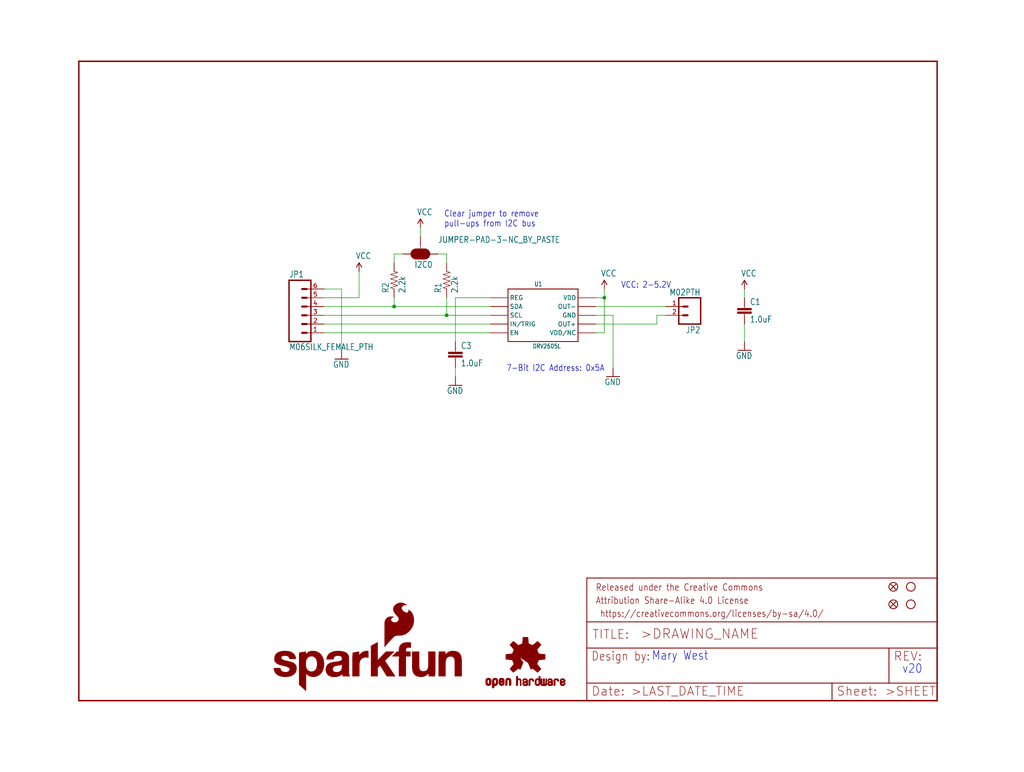
<source format=kicad_sch>
(kicad_sch (version 20211123) (generator eeschema)
  (paper "User" 297.002 223.926)
  (lib_symbols
    (symbol "eagleSchem-eagle-import:1.0UF-16V-10%(0402)"
      (property "Reference" "C" (at 1.524 2.921 0))
      (property "Value" "1.0UF-16V-10%(0402)" (at 1.524 -2.159 0))
      (symbol "1.0UF-16V-10%(0402)_1_0"
        (pin passive line (at 0 5.08 270) (length 2.54) (name "1") (number "1"))
        (pin passive line (at 0 -2.54 90) (length 2.54) (name "2") (number "2"))
      )
    )
    (symbol "eagleSchem-eagle-import:2.2KOHM-1{slash}10W-1%(0603)"
      (property "Reference" "R" (at -3.81 1.4986 0))
      (property "Value" "2.2KOHM-1{slash}10W-1%(0603)" (at -3.81 -3.302 0))
      (symbol "2.2KOHM-1{slash}10W-1%(0603)_1_0"
        (pin passive line (at -5.08 0 0) (length 2.54) (name "1") (number "1"))
        (pin passive line (at 5.08 0 180) (length 2.54) (name "2") (number "2"))
      )
    )
    (symbol "eagleSchem-eagle-import:DRV2605L"
      (property "Value" "DRV2605L" (at -3.048 -9.652 0))
      (symbol "DRV2605L_1_0"
        (pin bidirectional line (at -15.24 5.08 0) (length 5.08) (name "REG") (number "P$1"))
        (pin bidirectional line (at 15.24 5.08 180) (length 5.08) (name "VDD") (number "P$10"))
        (pin bidirectional line (at -15.24 0 0) (length 5.08) (name "SCL") (number "P$2"))
        (pin bidirectional line (at -15.24 2.54 0) (length 5.08) (name "SDA") (number "P$3"))
        (pin bidirectional line (at -15.24 -2.54 0) (length 5.08) (name "IN/TRIG") (number "P$4"))
        (pin bidirectional line (at -15.24 -5.08 0) (length 5.08) (name "EN") (number "P$5"))
        (pin bidirectional line (at 15.24 -5.08 180) (length 5.08) (name "VDD/NC") (number "P$6"))
        (pin bidirectional line (at 15.24 -2.54 180) (length 5.08) (name "OUT+") (number "P$7"))
        (pin bidirectional line (at 15.24 0 180) (length 5.08) (name "GND") (number "P$8"))
        (pin bidirectional line (at 15.24 2.54 180) (length 5.08) (name "OUT-") (number "P$9"))
      )
    )
    (symbol "eagleSchem-eagle-import:FIDUCIAL1X2")
    (symbol "eagleSchem-eagle-import:FRAME-LETTER"
      (symbol "FRAME-LETTER_2_0"
        (text " https://creativecommons.org/licenses/by-sa/4.0/" (at 2.54 24.13 0) (effects (font (size 1.9304 1.6408)) (justify left bottom)))
        (text ">DRAWING_NAME" (at 15.494 17.78 0) (effects (font (size 2.7432 2.7432)) (justify left bottom)))
        (text ">LAST_DATE_TIME" (at 12.7 1.27 0) (effects (font (size 2.54 2.54)) (justify left bottom)))
        (text ">SHEET" (at 86.36 1.27 0) (effects (font (size 2.54 2.54)) (justify left bottom)))
        (text "Attribution Share-Alike 4.0 License" (at 2.54 27.94 0) (effects (font (size 1.9304 1.6408)) (justify left bottom)))
        (text "Date:" (at 1.27 1.27 0) (effects (font (size 2.54 2.54)) (justify left bottom)))
        (text "Design by:" (at 1.27 11.43 0) (effects (font (size 2.54 2.159)) (justify left bottom)))
        (text "Released under the Creative Commons" (at 2.54 31.75 0) (effects (font (size 1.9304 1.6408)) (justify left bottom)))
        (text "REV:" (at 88.9 11.43 0) (effects (font (size 2.54 2.54)) (justify left bottom)))
        (text "Sheet:" (at 72.39 1.27 0) (effects (font (size 2.54 2.54)) (justify left bottom)))
        (text "TITLE:" (at 1.524 17.78 0) (effects (font (size 2.54 2.54)) (justify left bottom)))
      )
    )
    (symbol "eagleSchem-eagle-import:GND" (power)
      (property "Value" "GND" (at -2.54 -2.54 0))
      (symbol "GND_1_0"
        (pin power_in line (at 0 2.54 270) (length 2.54) (name "GND") (number "1"))
      )
    )
    (symbol "eagleSchem-eagle-import:JUMPER-PAD-3-NC_BY_PASTE"
      (property "Reference" "JP" (at 2.54 0.381 0))
      (property "Value" "JUMPER-PAD-3-NC_BY_PASTE" (at 2.54 -1.905 0))
      (symbol "JUMPER-PAD-3-NC_BY_PASTE_1_0"
        (pin passive line (at 0 5.08 270) (length 2.54) (name "1") (number "1"))
        (pin passive line (at -5.08 0 0) (length 2.54) (name "2") (number "2"))
        (pin passive line (at 0 -5.08 90) (length 2.54) (name "3") (number "3"))
      )
    )
    (symbol "eagleSchem-eagle-import:M02PTH"
      (property "Reference" "J" (at -2.54 5.842 0))
      (property "Value" "M02PTH" (at -2.54 -5.08 0))
      (symbol "M02PTH_1_0"
        (pin passive line (at 7.62 0 180) (length 5.08) (name "1") (number "1"))
        (pin passive line (at 7.62 2.54 180) (length 5.08) (name "2") (number "2"))
      )
    )
    (symbol "eagleSchem-eagle-import:M06SILK_FEMALE_PTH"
      (property "Reference" "J" (at -5.08 10.922 0))
      (property "Value" "M06SILK_FEMALE_PTH" (at -5.08 -10.16 0))
      (symbol "M06SILK_FEMALE_PTH_1_0"
        (pin passive line (at 5.08 -5.08 180) (length 5.08) (name "1") (number "1"))
        (pin passive line (at 5.08 -2.54 180) (length 5.08) (name "2") (number "2"))
        (pin passive line (at 5.08 0 180) (length 5.08) (name "3") (number "3"))
        (pin passive line (at 5.08 2.54 180) (length 5.08) (name "4") (number "4"))
        (pin passive line (at 5.08 5.08 180) (length 5.08) (name "5") (number "5"))
        (pin passive line (at 5.08 7.62 180) (length 5.08) (name "6") (number "6"))
      )
    )
    (symbol "eagleSchem-eagle-import:OSHW-LOGOS")
    (symbol "eagleSchem-eagle-import:SFE_LOGO_NAME_FLAME.1_INCH")
    (symbol "eagleSchem-eagle-import:STAND-OFF")
    (symbol "eagleSchem-eagle-import:VCC" (power)
      (property "Value" "VCC" (at -1.016 3.556 0))
      (symbol "VCC_1_0"
        (pin power_in line (at 0 0 90) (length 2.54) (name "VCC") (number "1"))
      )
    )
  )
  (junction (at 175.26 86.36))
  (junction (at 129.54 91.44))
  (junction (at 114.3 88.9))
  (wire (pts (xy 177.8 91.44) (xy 177.8 106.68)))
  (wire (pts (xy 129.54 73.66) (xy 129.54 76.2)))
  (wire (pts (xy 129.54 91.44) (xy 93.98 91.44)))
  (wire (pts (xy 190.5 93.98) (xy 190.5 91.44)))
  (wire (pts (xy 190.5 91.44) (xy 193.04 91.44)))
  (wire (pts (xy 172.72 91.44) (xy 177.8 91.44)))
  (wire (pts (xy 142.24 93.98) (xy 93.98 93.98)))
  (wire (pts (xy 132.08 109.22) (xy 132.08 106.68)))
  (wire (pts (xy 172.72 88.9) (xy 193.04 88.9)))
  (wire (pts (xy 172.72 96.52) (xy 175.26 96.52)))
  (wire (pts (xy 93.98 83.82) (xy 99.06 83.82)))
  (wire (pts (xy 114.3 73.66) (xy 114.3 76.2)))
  (wire (pts (xy 175.26 96.52) (xy 175.26 86.36)))
  (wire (pts (xy 116.84 73.66) (xy 114.3 73.66)))
  (wire (pts (xy 121.92 66.04) (xy 121.92 68.58)))
  (wire (pts (xy 172.72 86.36) (xy 175.26 86.36)))
  (wire (pts (xy 172.72 93.98) (xy 190.5 93.98)))
  (wire (pts (xy 129.54 86.36) (xy 129.54 91.44)))
  (wire (pts (xy 104.14 86.36) (xy 104.14 78.74)))
  (wire (pts (xy 127 73.66) (xy 129.54 73.66)))
  (wire (pts (xy 215.9 86.36) (xy 215.9 83.82)))
  (wire (pts (xy 93.98 86.36) (xy 104.14 86.36)))
  (wire (pts (xy 142.24 91.44) (xy 129.54 91.44)))
  (wire (pts (xy 142.24 86.36) (xy 132.08 86.36)))
  (wire (pts (xy 132.08 86.36) (xy 132.08 99.06)))
  (wire (pts (xy 114.3 88.9) (xy 93.98 88.9)))
  (wire (pts (xy 99.06 83.82) (xy 99.06 101.6)))
  (wire (pts (xy 142.24 96.52) (xy 93.98 96.52)))
  (wire (pts (xy 142.24 88.9) (xy 114.3 88.9)))
  (wire (pts (xy 175.26 86.36) (xy 175.26 83.82)))
  (wire (pts (xy 215.9 93.98) (xy 215.9 99.06)))
  (wire (pts (xy 114.3 86.36) (xy 114.3 88.9)))
  (text "Clear jumper to remove\npull-ups from I2C bus" (at 128.778 66.04 180) (effects (font (size 1.778 1.5113)) (justify left bottom)))
  (text "VCC: 2-5.2V" (at 180.086 83.82 180) (effects (font (size 1.778 1.5113)) (justify left bottom)))
  (text "v20" (at 261.62 195.58 180) (effects (font (size 2.54 2.159)) (justify left bottom)))
  (text "7-Bit I2C Address: 0x5A" (at 146.812 107.95 180) (effects (font (size 1.778 1.5113)) (justify left bottom)))
  (text "Mary West" (at 188.976 191.77 180) (effects (font (size 2.54 2.159)) (justify left bottom)))
  (symbol (lib_id "eagleSchem-eagle-import:FIDUCIAL1X2") (at 259.08 175.26 0) (unit 1)
    (property "Reference" "FID1" (effects hide))
    (property "Value" "FIDUCIAL1X2" (effects hide))
    (property "Footprint" "eagleSchem:FIDUCIAL-1X2" (effects hide))
  )
  (symbol (lib_id "eagleSchem-eagle-import:2.2KOHM-1{slash}10W-1%(0603)") (at 114.3 81.28 90) (unit 1)
    (property "Reference" "R2" (at 112.8014 85.09 0) (effects (font (size 1.778 1.5113)) (justify left bottom)))
    (property "Value" "2.2k" (at 117.602 85.09 0) (effects (font (size 1.778 1.5113)) (justify left bottom)))
    (property "Footprint" "eagleSchem:0603-RES" (effects hide))
  )
  (symbol (lib_id "eagleSchem-eagle-import:SFE_LOGO_NAME_FLAME.1_INCH") (at 78.74 200.66 0) (unit 1)
    (property "Reference" "LOGO4" (effects hide))
    (property "Value" "SFE_LOGO_NAME_FLAME.1_INCH" (effects hide))
    (property "Footprint" "eagleSchem:SFE_LOGO_NAME_FLAME_.1" (effects hide))
  )
  (symbol (lib_id "eagleSchem-eagle-import:FRAME-LETTER") (at 22.86 203.2 0) (unit 1)
    (property "Reference" "FRAME2" (effects hide))
    (property "Value" "FRAME-LETTER" (effects hide))
    (property "Footprint" "eagleSchem:CREATIVE_COMMONS" (effects hide))
  )
  (symbol (lib_id "eagleSchem-eagle-import:VCC") (at 215.9 83.82 0) (unit 1)
    (property "Reference" "#SUPPLY1" (effects hide))
    (property "Value" "VCC" (at 214.884 80.264 0) (effects (font (size 1.778 1.5113)) (justify left bottom)))
    (property "Footprint" "eagleSchem:" (effects hide))
  )
  (symbol (lib_id "eagleSchem-eagle-import:FRAME-LETTER") (at 170.18 203.2 0) (unit 2)
    (property "Reference" "FRAME2" (effects hide))
    (property "Value" "FRAME-LETTER" (effects hide))
    (property "Footprint" "eagleSchem:CREATIVE_COMMONS" (effects hide))
  )
  (symbol (lib_id "eagleSchem-eagle-import:STAND-OFF") (at 264.16 170.18 0) (unit 1)
    (property "Reference" "STANDOFF1" (effects hide))
    (property "Value" "STAND-OFF" (effects hide))
    (property "Footprint" "eagleSchem:STAND-OFF" (effects hide))
  )
  (symbol (lib_id "eagleSchem-eagle-import:2.2KOHM-1{slash}10W-1%(0603)") (at 129.54 81.28 90) (unit 1)
    (property "Reference" "R1" (at 128.0414 85.09 0) (effects (font (size 1.778 1.5113)) (justify left bottom)))
    (property "Value" "2.2k" (at 132.842 85.09 0) (effects (font (size 1.778 1.5113)) (justify left bottom)))
    (property "Footprint" "eagleSchem:0603-RES" (effects hide))
  )
  (symbol (lib_id "eagleSchem-eagle-import:GND") (at 132.08 111.76 0) (unit 1)
    (property "Reference" "#GND2" (effects hide))
    (property "Value" "GND" (at 129.54 114.3 0) (effects (font (size 1.778 1.5113)) (justify left bottom)))
    (property "Footprint" "eagleSchem:" (effects hide))
  )
  (symbol (lib_id "eagleSchem-eagle-import:1.0UF-16V-10%(0402)") (at 132.08 104.14 0) (unit 1)
    (property "Reference" "C3" (at 133.604 101.219 0) (effects (font (size 1.778 1.5113)) (justify left bottom)))
    (property "Value" "1.0uF" (at 133.604 106.299 0) (effects (font (size 1.778 1.5113)) (justify left bottom)))
    (property "Footprint" "eagleSchem:0402-CAP" (effects hide))
  )
  (symbol (lib_id "eagleSchem-eagle-import:JUMPER-PAD-3-NC_BY_PASTE") (at 121.92 73.66 270) (unit 1)
    (property "Reference" "I2C0" (at 120.142 77.724 90) (effects (font (size 1.778 1.5113)) (justify left bottom)))
    (property "Value" "JUMPER-PAD-3-NC_BY_PASTE" (at 127 70.485 90) (effects (font (size 1.778 1.5113)) (justify left bottom)))
    (property "Footprint" "eagleSchem:PAD-JUMPER-3-NC_BY_PASTE_YES_SILK_FULL_BOX" (effects hide))
  )
  (symbol (lib_id "eagleSchem-eagle-import:M06SILK_FEMALE_PTH") (at 88.9 91.44 0) (unit 1)
    (property "Reference" "JP1" (at 83.82 80.518 0) (effects (font (size 1.778 1.5113)) (justify left bottom)))
    (property "Value" "M06SILK_FEMALE_PTH" (at 83.82 101.6 0) (effects (font (size 1.778 1.5113)) (justify left bottom)))
    (property "Footprint" "eagleSchem:1X06" (effects hide))
  )
  (symbol (lib_id "eagleSchem-eagle-import:FIDUCIAL1X2") (at 259.08 170.18 0) (unit 1)
    (property "Reference" "FID2" (effects hide))
    (property "Value" "FIDUCIAL1X2" (effects hide))
    (property "Footprint" "eagleSchem:FIDUCIAL-1X2" (effects hide))
  )
  (symbol (lib_id "eagleSchem-eagle-import:DRV2605L") (at 157.48 91.44 0) (unit 1)
    (property "Reference" "U1" (at 154.94 83.058 0) (effects (font (size 1.27 1.0795)) (justify left bottom)))
    (property "Value" "DRV2605L" (at 154.432 101.092 0) (effects (font (size 1.27 1.0795)) (justify left bottom)))
    (property "Footprint" "eagleSchem:VSSOP-10" (effects hide))
  )
  (symbol (lib_id "eagleSchem-eagle-import:GND") (at 99.06 104.14 0) (unit 1)
    (property "Reference" "#GND6" (effects hide))
    (property "Value" "GND" (at 96.52 106.68 0) (effects (font (size 1.778 1.5113)) (justify left bottom)))
    (property "Footprint" "eagleSchem:" (effects hide))
  )
  (symbol (lib_id "eagleSchem-eagle-import:GND") (at 215.9 101.6 0) (unit 1)
    (property "Reference" "#GND3" (effects hide))
    (property "Value" "GND" (at 213.36 104.14 0) (effects (font (size 1.778 1.5113)) (justify left bottom)))
    (property "Footprint" "eagleSchem:" (effects hide))
  )
  (symbol (lib_id "eagleSchem-eagle-import:OSHW-LOGOS") (at 152.4 190.5 0) (unit 1)
    (property "Reference" "LOGO2" (effects hide))
    (property "Value" "OSHW-LOGOS" (effects hide))
    (property "Footprint" "eagleSchem:OSHW-LOGO-S" (effects hide))
  )
  (symbol (lib_id "eagleSchem-eagle-import:VCC") (at 104.14 78.74 0) (unit 1)
    (property "Reference" "#SUPPLY7" (effects hide))
    (property "Value" "VCC" (at 103.124 75.184 0) (effects (font (size 1.778 1.5113)) (justify left bottom)))
    (property "Footprint" "eagleSchem:" (effects hide))
  )
  (symbol (lib_id "eagleSchem-eagle-import:M02PTH") (at 200.66 88.9 180) (unit 1)
    (property "Reference" "JP2" (at 203.2 94.742 0) (effects (font (size 1.778 1.5113)) (justify left bottom)))
    (property "Value" "M02PTH" (at 203.2 83.82 0) (effects (font (size 1.778 1.5113)) (justify left bottom)))
    (property "Footprint" "eagleSchem:1X02" (effects hide))
  )
  (symbol (lib_id "eagleSchem-eagle-import:GND") (at 177.8 109.22 0) (unit 1)
    (property "Reference" "#GND1" (effects hide))
    (property "Value" "GND" (at 175.26 111.76 0) (effects (font (size 1.778 1.5113)) (justify left bottom)))
    (property "Footprint" "eagleSchem:" (effects hide))
  )
  (symbol (lib_id "eagleSchem-eagle-import:VCC") (at 121.92 66.04 0) (unit 1)
    (property "Reference" "#SUPPLY8" (effects hide))
    (property "Value" "VCC" (at 120.904 62.484 0) (effects (font (size 1.778 1.5113)) (justify left bottom)))
    (property "Footprint" "eagleSchem:" (effects hide))
  )
  (symbol (lib_id "eagleSchem-eagle-import:1.0UF-16V-10%(0402)") (at 215.9 91.44 0) (unit 1)
    (property "Reference" "C1" (at 217.424 88.519 0) (effects (font (size 1.778 1.5113)) (justify left bottom)))
    (property "Value" "1.0uF" (at 217.424 93.599 0) (effects (font (size 1.778 1.5113)) (justify left bottom)))
    (property "Footprint" "eagleSchem:0402-CAP" (effects hide))
  )
  (symbol (lib_id "eagleSchem-eagle-import:STAND-OFF") (at 264.16 175.26 0) (unit 1)
    (property "Reference" "STANDOFF4" (effects hide))
    (property "Value" "STAND-OFF" (effects hide))
    (property "Footprint" "eagleSchem:STAND-OFF" (effects hide))
  )
  (symbol (lib_id "eagleSchem-eagle-import:VCC") (at 175.26 83.82 0) (unit 1)
    (property "Reference" "#SUPPLY2" (effects hide))
    (property "Value" "VCC" (at 174.244 80.264 0) (effects (font (size 1.778 1.5113)) (justify left bottom)))
    (property "Footprint" "eagleSchem:" (effects hide))
  )
)
</source>
